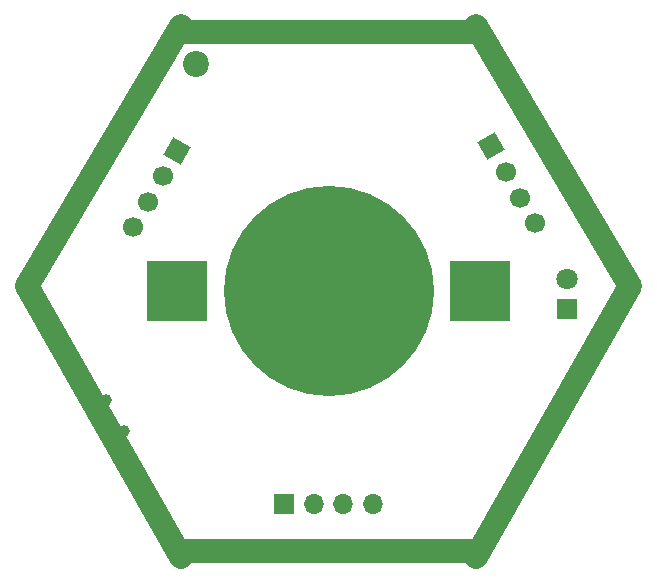
<source format=gbr>
%TF.GenerationSoftware,KiCad,Pcbnew,(6.0.5-0)*%
%TF.CreationDate,2022-06-08T15:31:11+08:00*%
%TF.ProjectId,dtl,64746c2e-6b69-4636-9164-5f7063625858,rev?*%
%TF.SameCoordinates,Original*%
%TF.FileFunction,Soldermask,Bot*%
%TF.FilePolarity,Negative*%
%FSLAX46Y46*%
G04 Gerber Fmt 4.6, Leading zero omitted, Abs format (unit mm)*
G04 Created by KiCad (PCBNEW (6.0.5-0)) date 2022-06-08 15:31:11*
%MOMM*%
%LPD*%
G01*
G04 APERTURE LIST*
G04 Aperture macros list*
%AMHorizOval*
0 Thick line with rounded ends*
0 $1 width*
0 $2 $3 position (X,Y) of the first rounded end (center of the circle)*
0 $4 $5 position (X,Y) of the second rounded end (center of the circle)*
0 Add line between two ends*
20,1,$1,$2,$3,$4,$5,0*
0 Add two circle primitives to create the rounded ends*
1,1,$1,$2,$3*
1,1,$1,$4,$5*%
%AMRotRect*
0 Rectangle, with rotation*
0 The origin of the aperture is its center*
0 $1 length*
0 $2 width*
0 $3 Rotation angle, in degrees counterclockwise*
0 Add horizontal line*
21,1,$1,$2,0,0,$3*%
G04 Aperture macros list end*
%ADD10C,2.000000*%
%ADD11C,1.000000*%
%ADD12RotRect,1.700000X1.700000X330.000000*%
%ADD13HorizOval,1.700000X0.000000X0.000000X0.000000X0.000000X0*%
%ADD14R,1.700000X1.700000*%
%ADD15O,1.700000X1.700000*%
%ADD16R,5.100000X5.100000*%
%ADD17C,17.800000*%
%ADD18C,2.200000*%
%ADD19R,1.800000X1.800000*%
%ADD20C,1.800000*%
%ADD21RotRect,1.700000X1.700000X30.000000*%
%ADD22HorizOval,1.700000X0.000000X0.000000X0.000000X0.000000X0*%
G04 APERTURE END LIST*
D10*
X228610000Y-37650000D02*
X241610000Y-59650000D01*
X241610000Y-59650000D02*
X228610000Y-82650000D01*
X203610000Y-82650000D02*
X190610000Y-59650000D01*
X203610000Y-38150000D02*
X228610000Y-38150000D01*
X228610000Y-82150000D02*
X203610000Y-82150000D01*
X190610000Y-59650000D02*
X203610000Y-37650000D01*
D11*
%TO.C,SW2*%
X197277937Y-69351631D03*
X198777937Y-71949707D03*
%TD*%
D12*
%TO.C,J1*%
X203300000Y-48209104D03*
D13*
X202050000Y-50374168D03*
X200800000Y-52539231D03*
X199550000Y-54704295D03*
%TD*%
D14*
%TO.C,J3*%
X212361606Y-78110669D03*
D15*
X214861606Y-78110669D03*
X217361606Y-78110669D03*
X219861606Y-78110669D03*
%TD*%
D16*
%TO.C,BT1*%
X203311606Y-60110669D03*
X228911606Y-60110669D03*
D17*
X216111606Y-60110669D03*
%TD*%
D18*
%TO.C,H3*%
X204860000Y-40900000D03*
%TD*%
D19*
%TO.C,D12*%
X236296106Y-61606669D03*
D20*
X236296106Y-59066669D03*
%TD*%
D21*
%TO.C,J9*%
X229834106Y-47865669D03*
D22*
X231084106Y-50030733D03*
X232334106Y-52195796D03*
X233584106Y-54360860D03*
%TD*%
M02*

</source>
